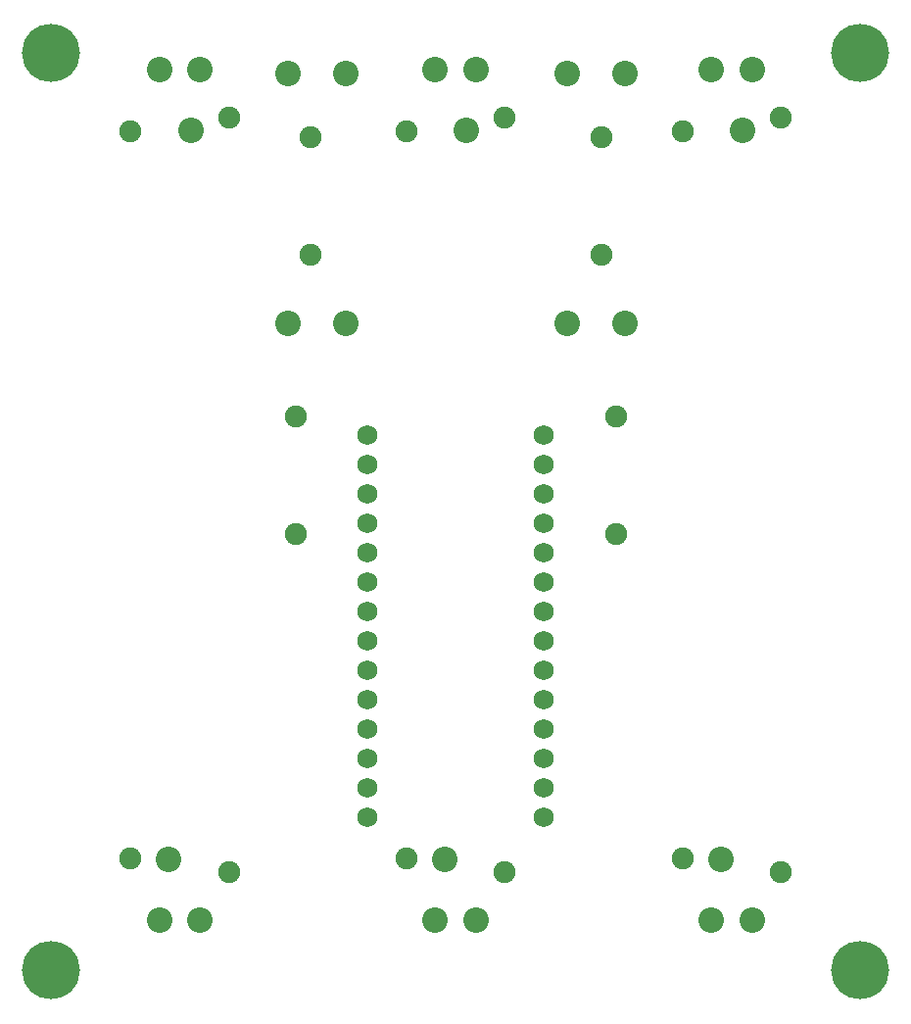
<source format=gbs>
G04 Layer_Color=8150272*
%FSLAX25Y25*%
%MOIN*%
G70*
G01*
G75*
%ADD16C,0.19800*%
%ADD17C,0.06800*%
%ADD18C,0.07493*%
%ADD19C,0.08674*%
D16*
X289750Y326000D02*
D03*
X14250D02*
D03*
Y14000D02*
D03*
X289750D02*
D03*
D17*
X182000Y196000D02*
D03*
Y186000D02*
D03*
Y176000D02*
D03*
Y166000D02*
D03*
Y156000D02*
D03*
Y146000D02*
D03*
Y136000D02*
D03*
X122000D02*
D03*
Y146000D02*
D03*
Y176000D02*
D03*
Y186000D02*
D03*
Y196000D02*
D03*
Y156000D02*
D03*
Y166000D02*
D03*
Y126000D02*
D03*
Y116000D02*
D03*
Y106000D02*
D03*
Y96000D02*
D03*
Y86000D02*
D03*
Y76000D02*
D03*
Y66000D02*
D03*
X182000D02*
D03*
Y76000D02*
D03*
Y86000D02*
D03*
Y96000D02*
D03*
Y106000D02*
D03*
Y116000D02*
D03*
Y126000D02*
D03*
D18*
X97500Y202500D02*
D03*
Y162500D02*
D03*
X102500Y297500D02*
D03*
Y257500D02*
D03*
X206500Y202500D02*
D03*
Y162500D02*
D03*
X201500Y297500D02*
D03*
Y257500D02*
D03*
X229228Y52248D02*
D03*
Y299492D02*
D03*
X262693Y304217D02*
D03*
Y47524D02*
D03*
X135287Y52248D02*
D03*
Y299492D02*
D03*
X168752Y304217D02*
D03*
Y47524D02*
D03*
X41346Y52248D02*
D03*
Y299492D02*
D03*
X74811Y304217D02*
D03*
Y47524D02*
D03*
D19*
X252851Y320555D02*
D03*
X239071D02*
D03*
X249701Y299886D02*
D03*
X242220Y51854D02*
D03*
X252851Y31185D02*
D03*
X239071D02*
D03*
X158909Y320555D02*
D03*
X145130D02*
D03*
X155760Y299886D02*
D03*
X148280Y51854D02*
D03*
X158909Y31185D02*
D03*
X145130D02*
D03*
X64968Y320555D02*
D03*
X51189D02*
D03*
X61819Y299886D02*
D03*
X54339Y51854D02*
D03*
X64968Y31185D02*
D03*
X51189D02*
D03*
X209626Y319094D02*
D03*
X189941D02*
D03*
X209626Y234095D02*
D03*
X189941D02*
D03*
X114626Y319094D02*
D03*
X94941D02*
D03*
X114626Y234095D02*
D03*
X94941D02*
D03*
M02*

</source>
